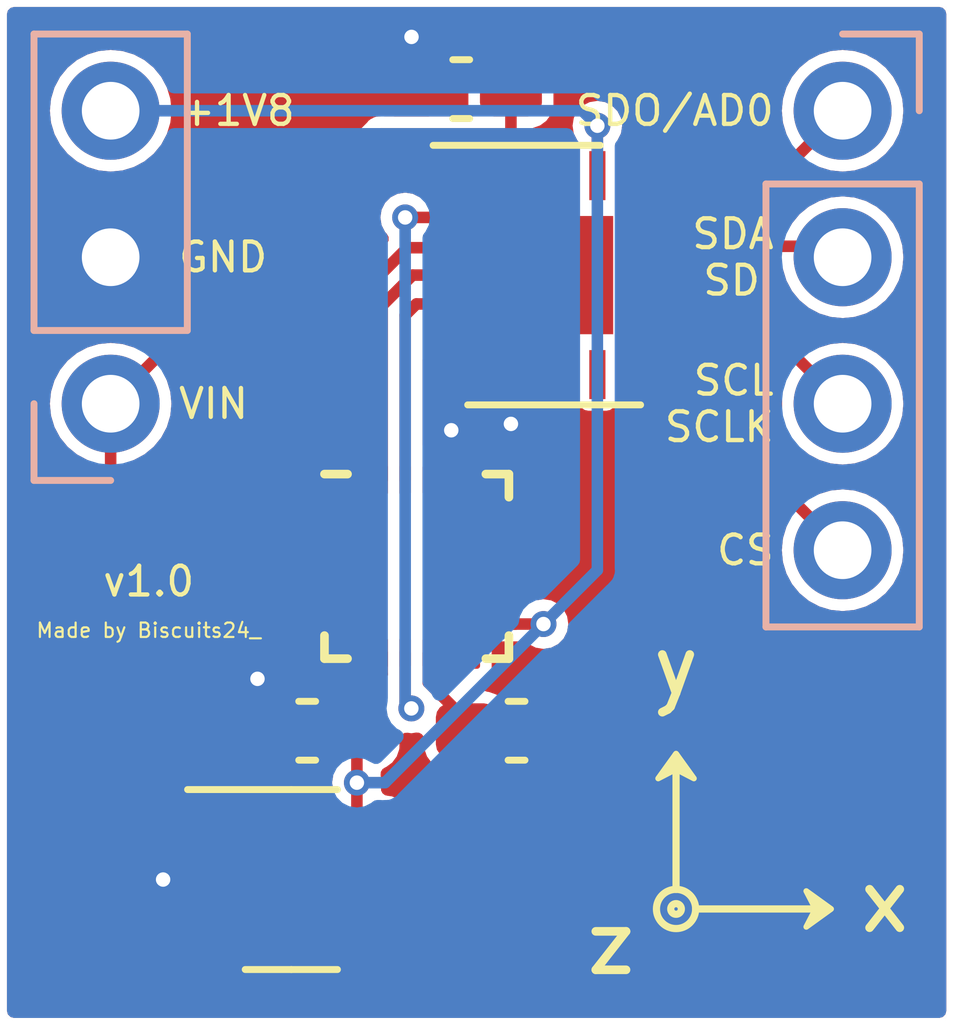
<source format=kicad_pcb>
(kicad_pcb (version 20221018) (generator pcbnew)
  (layers (0 "F.Cu" signal) (31 "B.Cu" signal) (34 "B.Paste" user) (35 "F.Paste" user) (36 "B.SilkS" user "B.Silkscreen") (37 "F.SilkS" user "F.Silkscreen") (38 "B.Mask" user) (39 "F.Mask" user) (44 "Edge.Cuts" user))
  (net 0 "")
  (net 1 "Net-(U1-REGOUT)")
  (net 2 "GND")
  (net 3 "+1V8")
  (net 4 "/SDO{slash}AD0")
  (net 5 "/SDA{slash}SDI")
  (net 6 "/SCL{slash}SCLK")
  (net 7 "/CS")
  (net 8 "VIN")
  (net 16 "Net-(U1-SDO{slash}AD0)")
  (net 25 "Net-(U1-~{CS})")
  (net 26 "Net-(U1-SCL{slash}SCLK)")
  (net 27 "Net-(U1-SDA{slash}SDI)")
  (footprint "Package_TO_SOT_SMD:SOT-23-5" (layer "F.Cu") (at 147.095 85.97)
    (fp_text reference "U3" hide)
    (fp_text value "TPS7A2018PDBV" hide)
    (fp_line (start 0 -1.56) (end -1.8 -1.56) (stroke (width 0.12)) (layer "F.SilkS"))
    (fp_line (start 0 -1.56) (end 0.8 -1.56) (stroke (width 0.12)) (layer "F.SilkS"))
    (fp_line (start 0 1.56) (end -0.8 1.56) (stroke (width 0.12)) (layer "F.SilkS"))
    (fp_line (start 0 1.56) (end 0.8 1.56) (stroke (width 0.12)) (layer "F.SilkS"))
    (pad "1" smd roundrect (at -1.1375 -0.95) (size 1.325 0.6) (layers "F.Cu" "F.Paste" "F.Mask") (net 8 "VIN"))
    (pad "2" smd roundrect (at -1.1375 0) (size 1.325 0.6) (layers "F.Cu" "F.Paste" "F.Mask") (net 2 "GND"))
    (pad "3" smd roundrect (at -1.1375 0.95) (size 1.325 0.6) (layers "F.Cu" "F.Paste" "F.Mask") (net 8 "VIN"))
    (pad "4" smd roundrect (at 1.1375 0.95) (size 1.325 0.6) (layers "F.Cu" "F.Paste" "F.Mask"))
    (pad "5" smd roundrect (at 1.1375 -0.95) (size 1.325 0.6) (layers "F.Cu" "F.Paste" "F.Mask") (net 3 "+1V8"))
  )
  (footprint "Sensor_Motion:InvenSense_QFN-24_3x3mm_P0.4mm" (layer "F.Cu") (at 149.27 80.54)
    (fp_text reference "U1" hide)
    (fp_text value "ICM-20948" hide)
    (fp_line (start -1.6 -1.6) (end -1.2 -1.6) (stroke (width 0.15)) (layer "F.SilkS"))
    (fp_line (start -1.6 1.6) (end -1.6 1.2) (stroke (width 0.15)) (layer "F.SilkS"))
    (fp_line (start -1.6 1.6) (end -1.2 1.6) (stroke (width 0.15)) (layer "F.SilkS"))
    (fp_line (start 1.6 -1.6) (end 1.2 -1.6) (stroke (width 0.15)) (layer "F.SilkS"))
    (fp_line (start 1.6 -1.6) (end 1.6 -1.2) (stroke (width 0.15)) (layer "F.SilkS"))
    (fp_line (start 1.6 1.6) (end 1.2 1.6) (stroke (width 0.15)) (layer "F.SilkS"))
    (fp_line (start 1.6 1.6) (end 1.6 1.2) (stroke (width 0.15)) (layer "F.SilkS"))
    (pad "1" smd roundrect (at -1.5 -1) (size 0.55 0.2) (layers "F.Cu" "F.Paste" "F.Mask"))
    (pad "2" smd roundrect (at -1.5 -0.6) (size 0.55 0.2) (layers "F.Cu" "F.Paste" "F.Mask"))
    (pad "3" smd roundrect (at -1.5 -0.2) (size 0.55 0.2) (layers "F.Cu" "F.Paste" "F.Mask"))
    (pad "4" smd roundrect (at -1.5 0.2) (size 0.55 0.2) (layers "F.Cu" "F.Paste" "F.Mask"))
    (pad "5" smd roundrect (at -1.5 0.6) (size 0.55 0.2) (layers "F.Cu" "F.Paste" "F.Mask"))
    (pad "6" smd roundrect (at -1.5 1) (size 0.55 0.2) (layers "F.Cu" "F.Paste" "F.Mask"))
    (pad "7" smd roundrect (at -1 1.5 90) (size 0.55 0.2) (layers "F.Cu" "F.Paste" "F.Mask"))
    (pad "8" smd roundrect (at -0.6 1.5 90) (size 0.55 0.2) (layers "F.Cu" "F.Paste" "F.Mask") (net 3 "+1V8"))
    (pad "9" smd roundrect (at -0.2 1.5 90) (size 0.55 0.2) (layers "F.Cu" "F.Paste" "F.Mask") (net 16 "Net-(U1-SDO{slash}AD0)"))
    (pad "10" smd roundrect (at 0.2 1.5 90) (size 0.55 0.2) (layers "F.Cu" "F.Paste" "F.Mask") (net 1 "Net-(U1-REGOUT)"))
    (pad "11" smd roundrect (at 0.6 1.5 90) (size 0.55 0.2) (layers "F.Cu" "F.Paste" "F.Mask"))
    (pad "12" smd roundrect (at 1 1.5 90) (size 0.55 0.2) (layers "F.Cu" "F.Paste" "F.Mask"))
    (pad "13" smd roundrect (at 1.5 1) (size 0.55 0.2) (layers "F.Cu" "F.Paste" "F.Mask") (net 3 "+1V8"))
    (pad "14" smd roundrect (at 1.5 0.6) (size 0.55 0.2) (layers "F.Cu" "F.Paste" "F.Mask"))
    (pad "15" smd roundrect (at 1.5 0.2) (size 0.55 0.2) (layers "F.Cu" "F.Paste" "F.Mask"))
    (pad "16" smd roundrect (at 1.5 -0.2) (size 0.55 0.2) (layers "F.Cu" "F.Paste" "F.Mask"))
    (pad "17" smd roundrect (at 1.5 -0.6) (size 0.55 0.2) (layers "F.Cu" "F.Paste" "F.Mask"))
    (pad "18" smd roundrect (at 1.5 -1) (size 0.55 0.2) (layers "F.Cu" "F.Paste" "F.Mask") (net 2 "GND"))
    (pad "19" smd roundrect (at 1 -1.5 90) (size 0.55 0.2) (layers "F.Cu" "F.Paste" "F.Mask"))
    (pad "20" smd roundrect (at 0.6 -1.5 90) (size 0.55 0.2) (layers "F.Cu" "F.Paste" "F.Mask") (net 2 "GND"))
    (pad "21" smd roundrect (at 0.2 -1.5 90) (size 0.55 0.2) (layers "F.Cu" "F.Paste" "F.Mask"))
    (pad "22" smd roundrect (at -0.2 -1.5 90) (size 0.55 0.2) (layers "F.Cu" "F.Paste" "F.Mask") (net 25 "Net-(U1-~{CS})"))
    (pad "23" smd roundrect (at -0.6 -1.5 90) (size 0.55 0.2) (layers "F.Cu" "F.Paste" "F.Mask") (net 26 "Net-(U1-SCL{slash}SCLK)"))
    (pad "24" smd roundrect (at -1 -1.5 90) (size 0.55 0.2) (layers "F.Cu" "F.Paste" "F.Mask") (net 27 "Net-(U1-SDA{slash}SDI)"))
    (zone (net 0) (net_name "") (layer "F.Cu") (connect_pads (clearance 0)) (min_thickness 0.254)
      (keepout (tracks not_allowed) (vias not_allowed) (pads not_allowed) (copperpour not_allowed) (footprints allowed))
      (fill (thermal_gap 0.508) (thermal_bridge_width 0.508))
      (polygon (pts (xy 148.395 79.745) (xy 150.145 79.745) (xy 150.145 81.335) (xy 148.395 81.335)))
    )
  )
  (footprint "Capacitor_SMD:C_0603_1608Metric_Pad1.08x0.95mm_HandSolder" (layer "F.Cu") (at 147.37 83.39 180)
    (fp_text reference "C2" hide)
    (fp_text value "0.1µF/2V" hide)
    (fp_line (start -0.146267 -0.51) (end 0.146267 -0.51) (stroke (width 0.12)) (layer "F.SilkS"))
    (fp_line (start -0.146267 0.51) (end 0.146267 0.51) (stroke (width 0.12)) (layer "F.SilkS"))
    (pad "1" smd roundrect (at -0.8625 0 180) (size 1.075 0.95) (layers "F.Cu" "F.Paste" "F.Mask") (net 3 "+1V8"))
    (pad "2" smd roundrect (at 0.8625 0 180) (size 1.075 0.95) (layers "F.Cu" "F.Paste" "F.Mask") (net 2 "GND"))
  )
  (footprint "Capacitor_SMD:C_0603_1608Metric_Pad1.08x0.95mm_HandSolder" (layer "F.Cu") (at 150.0425 72.265 180)
    (fp_text reference "C3" hide)
    (fp_text value "0.1µF/2V" hide)
    (fp_line (start -0.146267 -0.51) (end 0.146267 -0.51) (stroke (width 0.12)) (layer "F.SilkS"))
    (fp_line (start -0.146267 0.51) (end 0.146267 0.51) (stroke (width 0.12)) (layer "F.SilkS"))
    (pad "1" smd roundrect (at -0.8625 0 180) (size 1.075 0.95) (layers "F.Cu" "F.Paste" "F.Mask") (net 8 "VIN"))
    (pad "2" smd roundrect (at 0.8625 0 180) (size 1.075 0.95) (layers "F.Cu" "F.Paste" "F.Mask") (net 2 "GND"))
  )
  (footprint "Package_DFN_QFN:Texas_S-PVQFN-N14" (layer "F.Cu") (at 151.655 75.49)
    (fp_text reference "U2" hide)
    (fp_text value "TXB0104RGY" hide)
    (fp_line (start -1.5 2.25) (end 1.5 2.25) (stroke (width 0.12)) (layer "F.SilkS"))
    (fp_line (start 0.8 -2.25) (end -2.1 -2.25) (stroke (width 0.12)) (layer "F.SilkS"))
    (pad "1" smd rect (at -0.75 -1.725 270) (size 0.85 0.28) (layers "F.Cu" "F.Paste" "F.Mask") (net 8 "VIN"))
    (pad "2" smd rect (at -1.725 -1 270) (size 0.28 0.85) (layers "F.Cu" "F.Paste" "F.Mask") (net 16 "Net-(U1-SDO{slash}AD0)"))
    (pad "3" smd rect (at -1.725 -0.5 270) (size 0.28 0.85) (layers "F.Cu" "F.Paste" "F.Mask") (net 27 "Net-(U1-SDA{slash}SDI)"))
    (pad "4" smd rect (at -1.725 0 270) (size 0.28 0.85) (layers "F.Cu" "F.Paste" "F.Mask") (net 26 "Net-(U1-SCL{slash}SCLK)"))
    (pad "5" smd rect (at -1.725 0.5 270) (size 0.28 0.85) (layers "F.Cu" "F.Paste" "F.Mask") (net 25 "Net-(U1-~{CS})"))
    (pad "6" smd rect (at -1.725 1 270) (size 0.28 0.85) (layers "F.Cu" "F.Paste" "F.Mask"))
    (pad "7" smd rect (at -0.75 1.725 270) (size 0.85 0.28) (layers "F.Cu" "F.Paste" "F.Mask") (net 2 "GND"))
    (pad "8" smd rect (at 0.75 1.725 270) (size 0.85 0.28) (layers "F.Cu" "F.Paste" "F.Mask"))
    (pad "9" smd rect (at 1.725 1 270) (size 0.28 0.85) (layers "F.Cu" "F.Paste" "F.Mask"))
    (pad "10" smd rect (at 1.725 0.5 270) (size 0.28 0.85) (layers "F.Cu" "F.Paste" "F.Mask") (net 7 "/CS"))
    (pad "11" smd rect (at 1.725 0 270) (size 0.28 0.85) (layers "F.Cu" "F.Paste" "F.Mask") (net 6 "/SCL{slash}SCLK"))
    (pad "12" smd rect (at 1.725 -0.5 270) (size 0.28 0.85) (layers "F.Cu" "F.Paste" "F.Mask") (net 5 "/SDA{slash}SDI"))
    (pad "13" smd rect (at 1.725 -1 270) (size 0.28 0.85) (layers "F.Cu" "F.Paste" "F.Mask") (net 4 "/SDO{slash}AD0"))
    (pad "14" smd rect (at 0.75 -1.725 270) (size 0.85 0.28) (layers "F.Cu" "F.Paste" "F.Mask") (net 3 "+1V8"))
    (pad "15" smd rect (at 0 0 270) (size 2.05 2.05) (layers "F.Cu" "F.Mask"))
  )
  (footprint "Capacitor_SMD:C_0603_1608Metric_Pad1.08x0.95mm_HandSolder" (layer "F.Cu") (at 151.00243 83.39)
    (fp_text reference "C1" hide)
    (fp_text value "0.1µF/2V" hide)
    (fp_line (start -0.146267 -0.51) (end 0.146267 -0.51) (stroke (width 0.12)) (layer "F.SilkS"))
    (fp_line (start -0.146267 0.51) (end 0.146267 0.51) (stroke (width 0.12)) (layer "F.SilkS"))
    (pad "1" smd roundrect (at -0.8625 0) (size 1.075 0.95) (layers "F.Cu" "F.Paste" "F.Mask") (net 1 "Net-(U1-REGOUT)"))
    (pad "2" smd roundrect (at 0.8625 0) (size 1.075 0.95) (layers "F.Cu" "F.Paste" "F.Mask") (net 2 "GND"))
  )
  (footprint "Connector_PinHeader_2.54mm:PinHeader_1x03_P2.54mm_Vertical" (layer "B.Cu") (at 143.96 77.72)
    (fp_text reference "J2" hide)
    (fp_text value "Conn_01x03" hide)
    (fp_line (start -1.33 -6.41) (end 1.33 -6.41) (stroke (width 0.12)) (layer "B.SilkS"))
    (fp_line (start -1.33 -1.27) (end -1.33 -6.41) (stroke (width 0.12)) (layer "B.SilkS"))
    (fp_line (start -1.33 -1.27) (end 1.33 -1.27) (stroke (width 0.12)) (layer "B.SilkS"))
    (fp_line (start -1.33 0) (end -1.33 1.33) (stroke (width 0.12)) (layer "B.SilkS"))
    (fp_line (start -1.33 1.33) (end 0 1.33) (stroke (width 0.12)) (layer "B.SilkS"))
    (fp_line (start 1.33 -1.27) (end 1.33 -6.41) (stroke (width 0.12)) (layer "B.SilkS"))
    (pad "1" thru_hole circle (at 0 0) (size 1.7 1.7) (drill 1) (layers "*.Cu" "*.Mask") (net 8 "VIN"))
    (pad "2" thru_hole oval (at 0 -2.54) (size 1.7 1.7) (drill 1) (layers "*.Cu" "*.Mask") (net 2 "GND"))
    (pad "3" thru_hole oval (at 0 -5.08) (size 1.7 1.7) (drill 1) (layers "*.Cu" "*.Mask") (net 3 "+1V8"))
  )
  (footprint "Connector_PinHeader_2.54mm:PinHeader_1x04_P2.54mm_Vertical" (layer "B.Cu") (at 156.66 72.64 180)
    (fp_text reference "J1" hide)
    (fp_text value "Conn_01x04" hide)
    (fp_line (start -1.33 -8.95) (end 1.33 -8.95) (stroke (width 0.12)) (layer "B.SilkS"))
    (fp_line (start -1.33 -1.27) (end -1.33 -8.95) (stroke (width 0.12)) (layer "B.SilkS"))
    (fp_line (start -1.33 -1.27) (end 1.33 -1.27) (stroke (width 0.12)) (layer "B.SilkS"))
    (fp_line (start -1.33 0) (end -1.33 1.33) (stroke (width 0.12)) (layer "B.SilkS"))
    (fp_line (start -1.33 1.33) (end 0 1.33) (stroke (width 0.12)) (layer "B.SilkS"))
    (fp_line (start 1.33 -1.27) (end 1.33 -8.95) (stroke (width 0.12)) (layer "B.SilkS"))
    (pad "1" thru_hole circle (at 0 0 180) (size 1.7 1.7) (drill 1) (layers "*.Cu" "*.Mask") (net 4 "/SDO{slash}AD0"))
    (pad "2" thru_hole oval (at 0 -2.54 180) (size 1.7 1.7) (drill 1) (layers "*.Cu" "*.Mask") (net 5 "/SDA{slash}SDI"))
    (pad "3" thru_hole oval (at 0 -5.08 180) (size 1.7 1.7) (drill 1) (layers "*.Cu" "*.Mask") (net 6 "/SCL{slash}SCLK"))
    (pad "4" thru_hole oval (at 0 -7.62 180) (size 1.7 1.7) (drill 1) (layers "*.Cu" "*.Mask") (net 7 "/CS"))
  )
  (gr_circle (center 153.77 86.48) (end 153.8 86.48) (stroke (width 0.125)) (fill none) (layer "F.SilkS"))
  (gr_line (start 153.77 86.139853) (end 153.77 83.81) (stroke (width 0.125)) (layer "F.SilkS"))
  (gr_line (start 154.110147 86.48) (end 156.430147 86.48) (stroke (width 0.125)) (layer "F.SilkS"))
  (gr_circle (center 153.77 86.48) (end 154.110147 86.48) (stroke (width 0.125)) (fill none) (layer "F.SilkS"))
  (gr_poly (pts (xy 156.46 86.48) (xy 156.03 86.17) (xy 156.19 86.48) (xy 156.03 86.79)) (stroke (width 0.1)) (fill solid) (layer "F.SilkS"))
  (gr_poly (pts (xy 153.77 83.787141) (xy 153.46 84.217141) (xy 153.77 84.057141) (xy 154.08 84.217141)) (stroke (width 0.1)) (fill solid) (layer "F.SilkS"))
  (gr_rect (start 142.16 70.84) (end 158.46 88.37) (stroke (width 0.001)) (fill none) (layer "Edge.Cuts"))
  (gr_text "z" (at 152.64 87.08) (layer "F.SilkS") (effects (font (size 1 1))))
  (gr_text "SDA\nSDI" (at 155.51 75.18) (layer "F.SilkS") (effects (font (size 0.5 0.5) (thickness 0.075)) (justify right)))
  (gr_text "+1V8" (at 145.1 72.64) (layer "F.SilkS") (effects (font (size 0.5 0.5) (thickness 0.075)) (justify left)))
  (gr_text "SCL\nSCLK" (at 155.51 77.72) (layer "F.SilkS") (effects (font (size 0.5 0.5) (thickness 0.075)) (justify right)))
  (gr_text "GND" (at 145.1 75.18) (layer "F.SilkS") (effects (font (size 0.5 0.5) (thickness 0.075)) (justify left)))
  (gr_text "VIN" (at 145.1 77.72) (layer "F.SilkS") (effects (font (size 0.5 0.5) (thickness 0.075)) (justify left)))
  (gr_text "y" (at 153.77 82.28) (layer "F.SilkS") (effects (font (size 1 1))))
  (gr_text "v1.0" (at 144.62 80.8) (layer "F.SilkS") (effects (font (size 0.5 0.5) (thickness 0.075))))
  (gr_text "x" (at 157.39 86.35) (layer "F.SilkS") (effects (font (size 1 1))))
  (gr_text "SDO/AD0" (at 155.51 72.64) (layer "F.SilkS") (effects (font (size 0.5 0.5) (thickness 0.075)) (justify right)))
  (gr_text "CS" (at 155.51 80.26) (layer "F.SilkS") (effects (font (size 0.5 0.5) (thickness 0.075)) (justify right)))
  (gr_text "Made by Biscuits24_" (at 144.62 81.65) (layer "F.SilkS") (effects (font (size 0.25 0.25) (thickness 0.0375))))
  (segment (start 150.13993 83.39) (end 150.13993 83.21993) (width 0.2) (layer "F.Cu") (net 1))
  (segment (start 149.47 82.04) (end 149.47 82.5525) (width 0.2) (layer "F.Cu") (net 1))
  (segment (start 149.47 82.5525) (end 149.702431 82.784931) (width 0.2) (layer "F.Cu") (net 1))
  (segment (start 149.702431 82.784931) (end 149.704931 82.784931) (width 0.2) (layer "F.Cu") (net 1))
  (segment (start 150.13993 83.21993) (end 149.704931 82.784931) (width 0.2) (layer "F.Cu") (net 1))
  (segment (start 144.87 85.97) (end 145.9575 85.97) (width 0.2) (layer "F.Cu") (net 2))
  (segment (start 146.5075 82.49) (end 146.5075 83.39) (width 0.2) (layer "F.Cu") (net 2))
  (segment (start 150.905 78.07) (end 150.905 77.215) (width 0.2) (layer "F.Cu") (net 2))
  (segment (start 149.18 71.36) (end 149.18 72.265) (width 0.2) (layer "F.Cu") (net 2))
  (segment (start 149.87 78.18) (end 149.87 79.04) (width 0.2) (layer "F.Cu") (net 2))
  (via micro (at 149.18 71.36) (size 0.45) (drill 0.25) (layers "F.Cu" "B.Cu") (net 2))
  (via micro (at 150.905 78.07) (size 0.45) (drill 0.25) (layers "F.Cu" "B.Cu") (net 2))
  (via micro (at 144.87 85.97) (size 0.45) (drill 0.25) (layers "F.Cu" "B.Cu") (net 2))
  (via micro (at 146.5075 82.49) (size 0.45) (drill 0.25) (layers "F.Cu" "B.Cu") (net 2))
  (via micro (at 149.87 78.18) (size 0.45) (drill 0.25) (layers "F.Cu" "B.Cu") (net 2))
  (segment (start 148.2325 82.847475) (end 148.2325 83.39) (width 0.2) (layer "F.Cu") (net 3))
  (segment (start 150.77 81.54) (end 151.47 81.54) (width 0.2) (layer "F.Cu") (net 3))
  (segment (start 148.67 82.409975) (end 148.2325 82.847475) (width 0.2) (layer "F.Cu") (net 3))
  (segment (start 152.405 72.9) (end 152.405 73.765) (width 0.2) (layer "F.Cu") (net 3))
  (segment (start 148.2325 83.39) (end 148.2325 84.29) (width 0.2) (layer "F.Cu") (net 3))
  (segment (start 148.2325 84.29) (end 148.2325 85.02) (width 0.2) (layer "F.Cu") (net 3))
  (segment (start 148.67 82.04) (end 148.67 82.409975) (width 0.2) (layer "F.Cu") (net 3))
  (via micro (at 152.405 72.9) (size 0.45) (drill 0.25) (layers "F.Cu" "B.Cu") (net 3))
  (via micro (at 151.47 81.54) (size 0.45) (drill 0.25) (layers "F.Cu" "B.Cu") (net 3))
  (via micro (at 148.2325 84.29) (size 0.45) (drill 0.25) (layers "F.Cu" "B.Cu") (net 3))
  (segment (start 151.47 81.54) (end 152.405 80.605) (width 0.2) (layer "B.Cu") (net 3))
  (segment (start 151.47 81.54) (end 148.72 84.29) (width 0.2) (layer "B.Cu") (net 3))
  (segment (start 148.72 84.29) (end 148.2325 84.29) (width 0.2) (layer "B.Cu") (net 3))
  (segment (start 152.145 72.64) (end 143.96 72.64) (width 0.2) (layer "B.Cu") (net 3))
  (segment (start 152.405 80.605) (end 152.405 72.9) (width 0.2) (layer "B.Cu") (net 3))
  (segment (start 152.405 72.9) (end 152.145 72.64) (width 0.2) (layer "B.Cu") (net 3))
  (segment (start 154.81 74.49) (end 156.66 72.64) (width 0.2) (layer "F.Cu") (net 4))
  (segment (start 154.81 74.49) (end 153.54 74.49) (width 0.2) (layer "F.Cu") (net 4))
  (segment (start 156.47 74.99) (end 156.66 75.18) (width 0.2) (layer "F.Cu") (net 5))
  (segment (start 153.54 74.99) (end 156.47 74.99) (width 0.2) (layer "F.Cu") (net 5))
  (segment (start 154.43 75.49) (end 156.66 77.72) (width 0.2) (layer "F.Cu") (net 6))
  (segment (start 154.43 75.49) (end 153.38 75.49) (width 0.2) (layer "F.Cu") (net 6))
  (segment (start 155.51 77.455) (end 155.51 79.11) (width 0.2) (layer "F.Cu") (net 7))
  (segment (start 154.045 75.99) (end 153.54 75.99) (width 0.2) (layer "F.Cu") (net 7))
  (segment (start 155.51 79.11) (end 156.66 80.26) (width 0.2) (layer "F.Cu") (net 7))
  (segment (start 155.51 77.455) (end 154.045 75.99) (width 0.2) (layer "F.Cu") (net 7))
  (segment (start 150.905 73.765) (end 150.905 73.04) (width 0.2) (layer "F.Cu") (net 8))
  (segment (start 145.9575 85.02) (end 143.98 85.02) (width 0.2) (layer "F.Cu") (net 8))
  (segment (start 145.05 86.92) (end 143.96 85.83) (width 0.2) (layer "F.Cu") (net 8))
  (segment (start 148.64 73.04) (end 143.96 77.72) (width 0.2) (layer "F.Cu") (net 8))
  (segment (start 143.96 85.83) (end 143.96 77.72) (width 0.2) (layer "F.Cu") (net 8))
  (segment (start 145.9575 86.92) (end 145.05 86.92) (width 0.2) (layer "F.Cu") (net 8))
  (segment (start 150.905 73.04) (end 148.64 73.04) (width 0.2) (layer "F.Cu") (net 8))
  (segment (start 150.905 73.04) (end 150.905 72.265) (width 0.2) (layer "F.Cu") (net 8))
  (segment (start 149.177431 83.003141) (end 149.07 82.89571) (width 0.2) (layer "F.Cu") (net 16))
  (segment (start 149.07 74.49) (end 149.93 74.49) (width 0.2) (layer "F.Cu") (net 16))
  (segment (start 149.07 82.89571) (end 149.07 82.04) (width 0.2) (layer "F.Cu") (net 16))
  (via micro (at 149.07 74.49) (size 0.45) (drill 0.25) (layers "F.Cu" "B.Cu") (net 16))
  (via micro (at 149.177431 83.003141) (size 0.45) (drill 0.25) (layers "F.Cu" "B.Cu") (net 16))
  (segment (start 149.07 82.89571) (end 149.07 74.49) (width 0.2) (layer "B.Cu") (net 16))
  (segment (start 149.177431 83.003141) (end 149.07 82.89571) (width 0.2) (layer "B.Cu") (net 16))
  (segment (start 149.265 75.99) (end 149.93 75.99) (width 0.2) (layer "F.Cu") (net 25))
  (segment (start 149.07 76.185) (end 149.265 75.99) (width 0.2) (layer "F.Cu") (net 25))
  (segment (start 149.07 79.04) (end 149.07 76.185) (width 0.2) (layer "F.Cu") (net 25))
  (segment (start 148.67 79.04) (end 148.67 76.019314) (width 0.2) (layer "F.Cu") (net 26))
  (segment (start 148.67 76.019314) (end 149.199314 75.49) (width 0.2) (layer "F.Cu") (net 26))
  (segment (start 149.199314 75.49) (end 149.93 75.49) (width 0.2) (layer "F.Cu") (net 26))
  (segment (start 149.108628 75.015) (end 149.905 75.015) (width 0.2) (layer "F.Cu") (net 27))
  (segment (start 148.27 75.853628) (end 149.108628 75.015) (width 0.2) (layer "F.Cu") (net 27))
  (segment (start 148.27 79.04) (end 148.27 75.853628) (width 0.2) (layer "F.Cu") (net 27))
  (segment (start 149.905 75.015) (end 149.93 74.99) (width 0.2) (layer "F.Cu") (net 27))
  (zone (net 0) (net_name "") (layer "F.Cu") (connect_pads yes (clearance 0)) (min_thickness 0.25)
    (keepout (tracks allowed) (vias allowed) (pads allowed) (copperpour not_allowed) (footprints allowed))
    (fill (thermal_gap 0.5) (thermal_bridge_width 0.5))
    (polygon (pts (xy 150.33 79.86) (xy 149.38 79.86) (xy 149.38 79.32) (xy 150.33 79.32)))
  )
  (zone (net 2) (net_name "GND") (layers "F&B.Cu") (connect_pads yes (clearance 0)) (min_thickness 0.25) (fill yes (thermal_gap 0.5) (thermal_bridge_width 0.5))
    (polygon (pts (xy 158.58 88.49) (xy 142.04 88.49) (xy 142.04 70.72) (xy 158.58 70.72)))
  )
)
</source>
